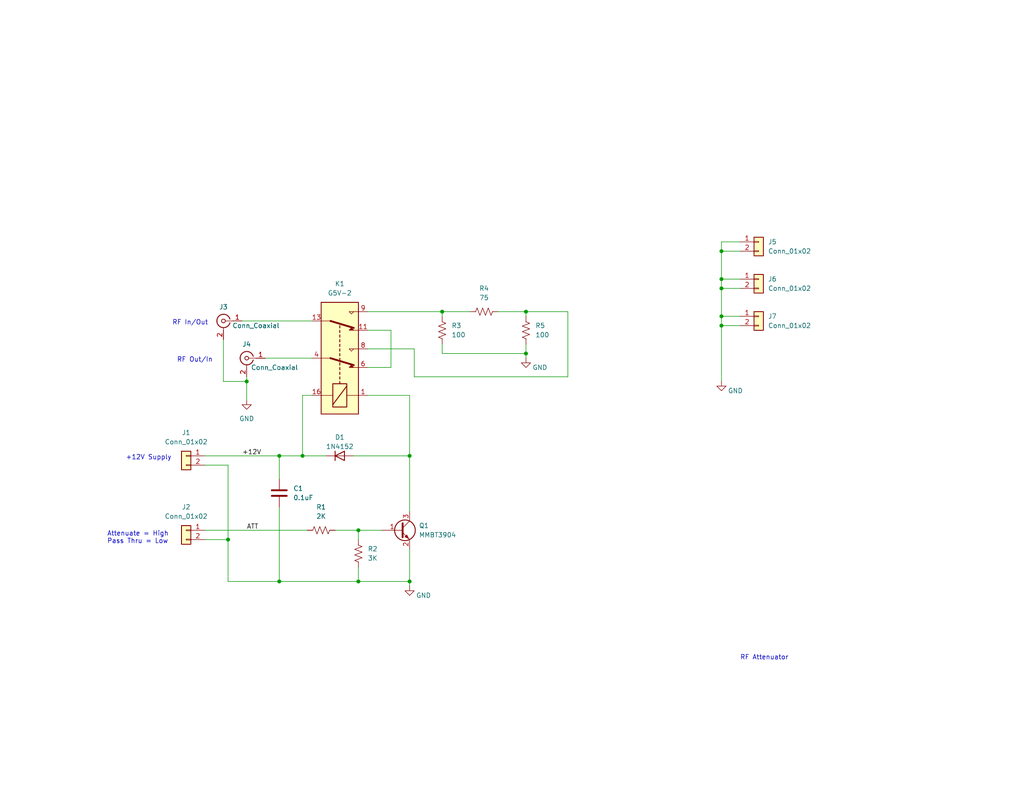
<source format=kicad_sch>
(kicad_sch (version 20211123) (generator eeschema)
  (paper "A")
  (title_block (date "2023-01-03"))
  (lib_symbols
    (symbol "Connector:Conn_Coaxial" (pin_names (offset 1.016) hide)
      (property "Reference" "J" (at 0.254 3.048 0))
      (property "Value" "Conn_Coaxial" (at 2.921 0 90))
      (symbol "Conn_Coaxial_0_1"
        (arc (start -1.778 -0.508) (mid 0.2311 -1.8066) (end 1.778 0) (stroke (width 0.254)))
        (polyline (pts (xy -2.54 0) (xy -0.508 0)))
        (polyline (pts (xy 0 -2.54) (xy 0 -1.778)))
        (circle (center 0 0) (radius 0.508) (stroke (width 0.2032)))
        (arc (start 1.778 0) (mid 0.2099 1.8101) (end -1.778 0.508) (stroke (width 0.254)))
      )
      (symbol "Conn_Coaxial_1_1"
        (pin passive line (at -5.08 0 0) (length 2.54) (name "In") (number "1"))
        (pin passive line (at 0 -5.08 90) (length 2.54) (name "Ext") (number "2"))
      )
    )
    (symbol "Connector_Generic:Conn_01x02" (pin_names (offset 1.016) hide)
      (property "Reference" "J" (at 0 2.54 0))
      (property "Value" "Conn_01x02" (at 0 -5.08 0))
      (symbol "Conn_01x02_1_1"
        (rectangle (start -1.27 -2.413) (end 0 -2.667) (stroke (width 0.1524)))
        (rectangle (start -1.27 0.127) (end 0 -0.127) (stroke (width 0.1524)))
        (rectangle (start -1.27 1.27) (end 1.27 -3.81) (stroke (width 0.254)) (fill (type background)))
        (pin passive line (at -5.08 0 0) (length 3.81) (name "Pin_1") (number "1"))
        (pin passive line (at -5.08 -2.54 0) (length 3.81) (name "Pin_2") (number "2"))
      )
    )
    (symbol "Device:C" (pin_numbers hide) (pin_names (offset 0.254))
      (property "Reference" "C" (at 0.635 2.54 0))
      (property "Value" "C" (at 0.635 -2.54 0))
      (symbol "C_0_1"
        (polyline (pts (xy -2.032 -0.762) (xy 2.032 -0.762)) (stroke (width 0.508)))
        (polyline (pts (xy -2.032 0.762) (xy 2.032 0.762)) (stroke (width 0.508)))
      )
      (symbol "C_1_1"
        (pin passive line (at 0 3.81 270) (length 2.794) (name "~") (number "1"))
        (pin passive line (at 0 -3.81 90) (length 2.794) (name "~") (number "2"))
      )
    )
    (symbol "Device:D" (pin_numbers hide) (pin_names (offset 1.016) hide)
      (property "Reference" "D" (at 0 2.54 0))
      (property "Value" "D" (at 0 -2.54 0))
      (symbol "D_0_1"
        (polyline (pts (xy -1.27 1.27) (xy -1.27 -1.27)) (stroke (width 0.254)))
        (polyline (pts (xy 1.27 0) (xy -1.27 0)))
        (polyline (pts (xy 1.27 1.27) (xy 1.27 -1.27) (xy -1.27 0) (xy 1.27 1.27)) (stroke (width 0.254)))
      )
      (symbol "D_1_1"
        (pin passive line (at -3.81 0 0) (length 2.54) (name "K") (number "1"))
        (pin passive line (at 3.81 0 180) (length 2.54) (name "A") (number "2"))
      )
    )
    (symbol "Device:Q_NPN_BEC" (pin_names (offset 0) hide)
      (property "Reference" "Q" (at 5.08 1.27 0))
      (property "Value" "Q_NPN_BEC" (at 5.08 -1.27 0))
      (symbol "Q_NPN_BEC_0_1"
        (polyline (pts (xy 0.635 0.635) (xy 2.54 2.54)))
        (polyline (pts (xy 0.635 -0.635) (xy 2.54 -2.54) (xy 2.54 -2.54)))
        (polyline (pts (xy 0.635 1.905) (xy 0.635 -1.905) (xy 0.635 -1.905)) (stroke (width 0.508)))
        (polyline (pts (xy 1.27 -1.778) (xy 1.778 -1.27) (xy 2.286 -2.286) (xy 1.27 -1.778) (xy 1.27 -1.778)) (fill (type outline)))
        (circle (center 1.27 0) (radius 2.8194) (stroke (width 0.254)))
      )
      (symbol "Q_NPN_BEC_1_1"
        (pin input line (at -5.08 0 0) (length 5.715) (name "B") (number "1"))
        (pin passive line (at 2.54 -5.08 90) (length 2.54) (name "E") (number "2"))
        (pin passive line (at 2.54 5.08 270) (length 2.54) (name "C") (number "3"))
      )
    )
    (symbol "Device:R_US" (pin_numbers hide) (pin_names (offset 0))
      (property "Reference" "R" (at 2.54 0 90))
      (property "Value" "R_US" (at -2.54 0 90))
      (symbol "R_US_0_1"
        (polyline (pts (xy 0 -2.286) (xy 0 -2.54)))
        (polyline (pts (xy 0 2.286) (xy 0 2.54)))
        (polyline (pts (xy 0 -0.762) (xy 1.016 -1.143) (xy 0 -1.524) (xy -1.016 -1.905) (xy 0 -2.286)))
        (polyline (pts (xy 0 0.762) (xy 1.016 0.381) (xy 0 0) (xy -1.016 -0.381) (xy 0 -0.762)))
        (polyline (pts (xy 0 2.286) (xy 1.016 1.905) (xy 0 1.524) (xy -1.016 1.143) (xy 0 0.762)))
      )
      (symbol "R_US_1_1"
        (pin passive line (at 0 3.81 270) (length 1.27) (name "~") (number "1"))
        (pin passive line (at 0 -3.81 90) (length 1.27) (name "~") (number "2"))
      )
    )
    (symbol "Relay:G5V-2"
      (property "Reference" "K" (at 16.51 3.81 0))
      (property "Value" "G5V-2" (at 16.51 1.27 0))
      (symbol "G5V-2_0_1"
        (rectangle (start -15.24 5.08) (end 15.24 -5.08) (stroke (width 0.254)) (fill (type background)))
        (rectangle (start -13.335 1.905) (end -6.985 -1.905) (stroke (width 0.254)))
        (polyline (pts (xy -12.7 -1.905) (xy -7.62 1.905)) (stroke (width 0.254)))
        (polyline (pts (xy -10.16 -5.08) (xy -10.16 -1.905)))
        (polyline (pts (xy -10.16 5.08) (xy -10.16 1.905)))
        (polyline (pts (xy -6.985 0) (xy -6.35 0)) (stroke (width 0.254)))
        (polyline (pts (xy -5.715 0) (xy -5.08 0)) (stroke (width 0.254)))
        (polyline (pts (xy -4.445 0) (xy -3.81 0)) (stroke (width 0.254)))
        (polyline (pts (xy -3.175 0) (xy -2.54 0)) (stroke (width 0.254)))
        (polyline (pts (xy -1.905 0) (xy -1.27 0)) (stroke (width 0.254)))
        (polyline (pts (xy -0.635 0) (xy 0 0)) (stroke (width 0.254)))
        (polyline (pts (xy 0 -2.54) (xy -1.905 3.81)) (stroke (width 0.508)))
        (polyline (pts (xy 0 -2.54) (xy 0 -5.08)))
        (polyline (pts (xy 0.635 0) (xy 1.27 0)) (stroke (width 0.254)))
        (polyline (pts (xy 1.905 0) (xy 2.54 0)) (stroke (width 0.254)))
        (polyline (pts (xy 3.175 0) (xy 3.81 0)) (stroke (width 0.254)))
        (polyline (pts (xy 4.445 0) (xy 5.08 0)) (stroke (width 0.254)))
        (polyline (pts (xy 5.715 0) (xy 6.35 0)) (stroke (width 0.254)))
        (polyline (pts (xy 6.985 0) (xy 7.62 0)) (stroke (width 0.254)))
        (polyline (pts (xy 8.255 0) (xy 8.89 0)) (stroke (width 0.254)))
        (polyline (pts (xy 10.16 -2.54) (xy 8.255 3.81)) (stroke (width 0.508)))
        (polyline (pts (xy 10.16 -2.54) (xy 10.16 -5.08)))
        (polyline (pts (xy -2.54 5.08) (xy -2.54 2.54) (xy -1.905 3.175) (xy -2.54 3.81)) (fill (type outline)))
        (polyline (pts (xy 2.54 5.08) (xy 2.54 2.54) (xy 1.905 3.175) (xy 2.54 3.81)))
        (polyline (pts (xy 7.62 5.08) (xy 7.62 2.54) (xy 8.255 3.175) (xy 7.62 3.81)) (fill (type outline)))
        (polyline (pts (xy 12.7 5.08) (xy 12.7 2.54) (xy 12.065 3.175) (xy 12.7 3.81)))
      )
      (symbol "G5V-2_1_1"
        (pin passive line (at -10.16 7.62 270) (length 2.54) (name "~") (number "1"))
        (pin passive line (at 7.62 7.62 270) (length 2.54) (name "~") (number "11"))
        (pin passive line (at 10.16 -7.62 90) (length 2.54) (name "~") (number "13"))
        (pin passive line (at -10.16 -7.62 90) (length 2.54) (name "~") (number "16"))
        (pin passive line (at 0 -7.62 90) (length 2.54) (name "~") (number "4"))
        (pin passive line (at -2.54 7.62 270) (length 2.54) (name "~") (number "6"))
        (pin passive line (at 2.54 7.62 270) (length 2.54) (name "~") (number "8"))
        (pin passive line (at 12.7 7.62 270) (length 2.54) (name "~") (number "9"))
      )
    )
    (symbol "power:GND" (power) (pin_names (offset 0))
      (property "Value" "GND" (at 0 -3.81 0))
      (symbol "GND_0_1"
        (polyline (pts (xy 0 0) (xy 0 -1.27) (xy 1.27 -1.27) (xy 0 -2.54) (xy -1.27 -1.27) (xy 0 -1.27)))
      )
      (symbol "GND_1_1"
        (pin power_in line (at 0 0 270) (length 0) hide (name "GND") (number "1"))
      )
    )
  )
  (junction (at 196.85 78.74))
  (junction (at 111.76 158.75))
  (junction (at 196.85 86.36))
  (junction (at 196.85 68.58))
  (junction (at 97.79 144.78))
  (junction (at 111.76 124.46))
  (junction (at 76.2 158.75))
  (junction (at 143.51 85.09))
  (junction (at 196.85 76.2))
  (junction (at 143.51 96.52))
  (junction (at 196.85 88.9))
  (junction (at 76.2 124.46))
  (junction (at 82.55 124.46))
  (junction (at 97.79 158.75))
  (junction (at 62.23 147.32))
  (junction (at 67.31 104.14))
  (junction (at 120.65 85.09))
  (wire (pts (xy 82.55 107.95) (xy 82.55 124.46)))
  (wire (pts (xy 76.2 130.81) (xy 76.2 124.46)))
  (wire (pts (xy 143.51 85.09) (xy 143.51 86.36)))
  (wire (pts (xy 60.96 104.14) (xy 67.31 104.14)))
  (wire (pts (xy 55.88 127) (xy 62.23 127)))
  (wire (pts (xy 196.85 66.04) (xy 196.85 68.58)))
  (wire (pts (xy 111.76 124.46) (xy 111.76 107.95)))
  (wire (pts (xy 196.85 68.58) (xy 201.93 68.58)))
  (wire (pts (xy 76.2 158.75) (xy 97.79 158.75)))
  (wire (pts (xy 196.85 78.74) (xy 196.85 86.36)))
  (wire (pts (xy 97.79 158.75) (xy 111.76 158.75)))
  (wire (pts (xy 55.88 147.32) (xy 62.23 147.32)))
  (wire (pts (xy 196.85 68.58) (xy 196.85 76.2)))
  (wire (pts (xy 85.09 107.95) (xy 82.55 107.95)))
  (wire (pts (xy 62.23 158.75) (xy 76.2 158.75)))
  (wire (pts (xy 201.93 66.04) (xy 196.85 66.04)))
  (wire (pts (xy 100.33 95.25) (xy 113.03 95.25)))
  (wire (pts (xy 66.04 87.63) (xy 85.09 87.63)))
  (wire (pts (xy 62.23 147.32) (xy 62.23 158.75)))
  (wire (pts (xy 120.65 85.09) (xy 120.65 86.36)))
  (wire (pts (xy 196.85 86.36) (xy 201.93 86.36)))
  (wire (pts (xy 55.88 144.78) (xy 83.82 144.78)))
  (wire (pts (xy 154.94 85.09) (xy 143.51 85.09)))
  (wire (pts (xy 143.51 96.52) (xy 143.51 97.79)))
  (wire (pts (xy 96.52 124.46) (xy 111.76 124.46)))
  (wire (pts (xy 196.85 76.2) (xy 196.85 78.74)))
  (wire (pts (xy 120.65 96.52) (xy 143.51 96.52)))
  (wire (pts (xy 111.76 149.86) (xy 111.76 158.75)))
  (wire (pts (xy 106.68 100.33) (xy 100.33 100.33)))
  (wire (pts (xy 196.85 78.74) (xy 201.93 78.74)))
  (wire (pts (xy 100.33 85.09) (xy 120.65 85.09)))
  (wire (pts (xy 67.31 104.14) (xy 67.31 109.22)))
  (wire (pts (xy 120.65 85.09) (xy 128.27 85.09)))
  (wire (pts (xy 97.79 144.78) (xy 104.14 144.78)))
  (wire (pts (xy 196.85 88.9) (xy 201.93 88.9)))
  (wire (pts (xy 67.31 102.87) (xy 67.31 104.14)))
  (wire (pts (xy 111.76 107.95) (xy 100.33 107.95)))
  (wire (pts (xy 72.39 97.79) (xy 85.09 97.79)))
  (wire (pts (xy 135.89 85.09) (xy 143.51 85.09)))
  (wire (pts (xy 143.51 93.98) (xy 143.51 96.52)))
  (wire (pts (xy 55.88 124.46) (xy 76.2 124.46)))
  (wire (pts (xy 113.03 95.25) (xy 113.03 102.87)))
  (wire (pts (xy 111.76 139.7) (xy 111.76 124.46)))
  (wire (pts (xy 154.94 102.87) (xy 154.94 85.09)))
  (wire (pts (xy 196.85 88.9) (xy 196.85 104.14)))
  (wire (pts (xy 106.68 90.17) (xy 106.68 100.33)))
  (wire (pts (xy 113.03 102.87) (xy 154.94 102.87)))
  (wire (pts (xy 91.44 144.78) (xy 97.79 144.78)))
  (wire (pts (xy 100.33 90.17) (xy 106.68 90.17)))
  (wire (pts (xy 97.79 144.78) (xy 97.79 147.32)))
  (wire (pts (xy 76.2 124.46) (xy 82.55 124.46)))
  (wire (pts (xy 62.23 127) (xy 62.23 147.32)))
  (wire (pts (xy 60.96 92.71) (xy 60.96 104.14)))
  (wire (pts (xy 111.76 158.75) (xy 111.76 160.02)))
  (wire (pts (xy 82.55 124.46) (xy 88.9 124.46)))
  (wire (pts (xy 196.85 76.2) (xy 201.93 76.2)))
  (wire (pts (xy 97.79 154.94) (xy 97.79 158.75)))
  (wire (pts (xy 76.2 138.43) (xy 76.2 158.75)))
  (wire (pts (xy 120.65 93.98) (xy 120.65 96.52)))
  (wire (pts (xy 196.85 86.36) (xy 196.85 88.9)))
  (text "RF Out/In" (at 48.26 99.06 0) (effects (font (size 1.27 1.27)) (justify left bottom)))
  (text "RF Attenuator" (at 201.93 180.34 0) (effects (font (size 1.27 1.27)) (justify left bottom)))
  (text "Attenuate = High\nPass Thru = Low" (at 29.21 148.59 0) (effects (font (size 1.27 1.27)) (justify left bottom)))
  (text "RF In/Out" (at 46.99 88.9 0) (effects (font (size 1.27 1.27)) (justify left bottom)))
  (text "+12V Supply" (at 34.29 125.73 0) (effects (font (size 1.27 1.27)) (justify left bottom)))
  (label "+12V" (at 66.04 124.46 0))
  (label "ATT" (at 67.31 144.78 0))
  (symbol (lib_id "power:GND") (at 196.85 104.14 0) (unit 1)
    (property "Reference" "#PWR04" (effects hide))
    (property "Value" "GND" (at 200.66 106.68 0))
  )
  (symbol (lib_id "Device:Q_NPN_BEC") (at 109.22 144.78 0) (unit 1)
    (property "Reference" "Q1" (at 114.3 143.5099 0) (effects (justify left)))
    (property "Value" "MMBT3904" (at 114.3 146.0499 0) (effects (justify left)))
    (property "Footprint" "Package_TO_SOT_SMD:SOT-23" (effects hide))
  )
  (symbol (lib_id "Connector_Generic:Conn_01x02") (at 50.8 124.46 0) (mirror y) (unit 1)
    (property "Reference" "J1" (at 50.8 118.11 0))
    (property "Value" "Conn_01x02" (at 50.8 120.65 0))
    (property "Footprint" "Connector_PinHeader_2.54mm:PinHeader_1x02_P2.54mm_Vertical" (effects hide))
  )
  (symbol (lib_id "Connector_Generic:Conn_01x02") (at 207.01 76.2 0) (unit 1)
    (property "Reference" "J6" (at 209.55 76.1999 0) (effects (justify left)))
    (property "Value" "Conn_01x02" (at 209.55 78.7399 0) (effects (justify left)))
    (property "Footprint" "Connector_PinHeader_2.54mm:PinHeader_1x02_P2.54mm_Vertical" (effects hide))
  )
  (symbol (lib_id "power:GND") (at 111.76 160.02 0) (unit 1)
    (property "Reference" "#PWR02" (effects hide))
    (property "Value" "GND" (at 115.57 162.56 0))
  )
  (symbol (lib_id "Device:D") (at 92.71 124.46 0) (unit 1)
    (property "Reference" "D1" (at 92.71 119.38 0))
    (property "Value" "1N4152" (at 92.71 121.92 0))
    (property "Footprint" "Diode_THT:D_DO-41_SOD81_P7.62mm_Horizontal" (effects hide))
  )
  (symbol (lib_id "Device:R_US") (at 120.65 90.17 0) (unit 1)
    (property "Reference" "R3" (at 123.19 88.8999 0) (effects (justify left)))
    (property "Value" "100" (at 123.19 91.4399 0) (effects (justify left)))
    (property "Footprint" "Resistor_SMD:R_0603_1608Metric_Pad0.98x0.95mm_HandSolder" (effects hide))
  )
  (symbol (lib_id "Connector:Conn_Coaxial") (at 67.31 97.79 0) (mirror y) (unit 1)
    (property "Reference" "J4" (at 67.31 93.98 0))
    (property "Value" "Conn_Coaxial" (at 74.93 100.33 0))
    (property "Footprint" "Connector_Coaxial:SMA_Samtec_SMA-J-P-X-ST-EM1_EdgeMount" (effects hide))
    (property "Datasheet" " ~" (effects hide))
  )
  (symbol (lib_id "Relay:G5V-2") (at 92.71 97.79 270) (mirror x) (unit 1)
    (property "Reference" "K1" (at 92.71 77.47 90))
    (property "Value" "G5V-2" (at 92.71 80.01 90))
    (property "Footprint" "Relay_THT:Relay_DPDT_Omron_G5V-2" (effects hide))
    (property "Datasheet" "http://omronfs.omron.com/en_US/ecb/products/pdf/en-g5v_2.pdf" (effects hide))
  )
  (symbol (lib_id "Device:R_US") (at 132.08 85.09 90) (unit 1)
    (property "Reference" "R4" (at 132.08 78.74 90))
    (property "Value" "75" (at 132.08 81.28 90))
    (property "Footprint" "Resistor_SMD:R_0603_1608Metric_Pad0.98x0.95mm_HandSolder" (effects hide))
  )
  (symbol (lib_id "Device:R_US") (at 143.51 90.17 0) (unit 1)
    (property "Reference" "R5" (at 146.05 88.8999 0) (effects (justify left)))
    (property "Value" "100" (at 146.05 91.4399 0) (effects (justify left)))
    (property "Footprint" "Resistor_SMD:R_0603_1608Metric_Pad0.98x0.95mm_HandSolder" (effects hide))
  )
  (symbol (lib_id "Connector:Conn_Coaxial") (at 60.96 87.63 0) (mirror y) (unit 1)
    (property "Reference" "J3" (at 60.96 83.82 0))
    (property "Value" "Conn_Coaxial" (at 69.85 88.9 0))
    (property "Footprint" "Connector_Coaxial:SMA_Samtec_SMA-J-P-X-ST-EM1_EdgeMount" (effects hide))
    (property "Datasheet" " ~" (effects hide))
  )
  (symbol (lib_id "Connector_Generic:Conn_01x02") (at 207.01 66.04 0) (unit 1)
    (property "Reference" "J5" (at 209.55 66.0399 0) (effects (justify left)))
    (property "Value" "Conn_01x02" (at 209.55 68.5799 0) (effects (justify left)))
    (property "Footprint" "Connector_PinHeader_2.54mm:PinHeader_1x02_P2.54mm_Vertical" (effects hide))
  )
  (symbol (lib_id "Connector_Generic:Conn_01x02") (at 207.01 86.36 0) (unit 1)
    (property "Reference" "J7" (at 209.55 86.3599 0) (effects (justify left)))
    (property "Value" "Conn_01x02" (at 209.55 88.8999 0) (effects (justify left)))
    (property "Footprint" "Connector_PinHeader_2.54mm:PinHeader_1x02_P2.54mm_Vertical" (effects hide))
  )
  (symbol (lib_id "power:GND") (at 143.51 97.79 0) (unit 1)
    (property "Reference" "#PWR03" (effects hide))
    (property "Value" "GND" (at 147.32 100.33 0))
  )
  (symbol (lib_id "power:GND") (at 67.31 109.22 0) (unit 1)
    (property "Reference" "#PWR01" (effects hide))
    (property "Value" "GND" (at 67.31 114.3 0))
  )
  (symbol (lib_id "Connector_Generic:Conn_01x02") (at 50.8 144.78 0) (mirror y) (unit 1)
    (property "Reference" "J2" (at 50.8 138.43 0))
    (property "Value" "Conn_01x02" (at 50.8 140.97 0))
    (property "Footprint" "Connector_PinHeader_2.54mm:PinHeader_1x02_P2.54mm_Vertical" (effects hide))
  )
  (symbol (lib_id "Device:R_US") (at 97.79 151.13 0) (unit 1)
    (property "Reference" "R2" (at 100.33 149.8599 0) (effects (justify left)))
    (property "Value" "3K" (at 100.33 152.3999 0) (effects (justify left)))
    (property "Footprint" "Resistor_SMD:R_0603_1608Metric_Pad0.98x0.95mm_HandSolder" (effects hide))
  )
  (symbol (lib_id "Device:C") (at 76.2 134.62 0) (unit 1)
    (property "Reference" "C1" (at 80.01 133.3499 0) (effects (justify left)))
    (property "Value" "0.1uF" (at 80.01 135.8899 0) (effects (justify left)))
    (property "Footprint" "Capacitor_SMD:C_0603_1608Metric_Pad1.08x0.95mm_HandSolder" (effects hide))
  )
  (symbol (lib_id "Device:R_US") (at 87.63 144.78 90) (unit 1)
    (property "Reference" "R1" (at 87.63 138.43 90))
    (property "Value" "2K" (at 87.63 140.97 90))
    (property "Footprint" "Resistor_SMD:R_0603_1608Metric_Pad0.98x0.95mm_HandSolder" (effects hide))
  )
)
</source>
